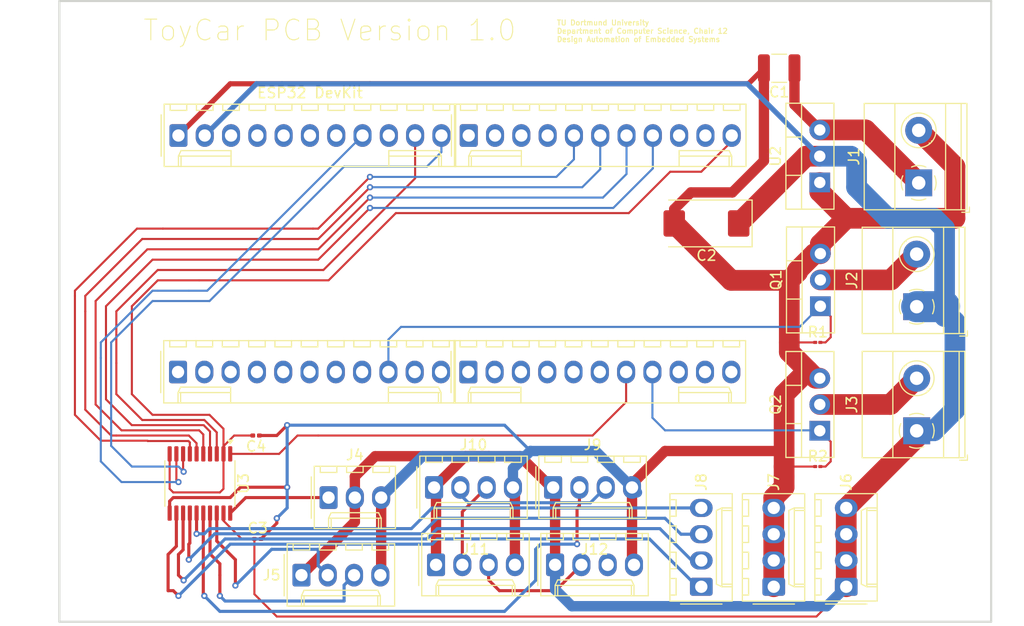
<source format=kicad_pcb>
(kicad_pcb (version 20240108) (generator "pcbnew") (generator_version "8.0")
  (layers (0 "F.Cu" signal) (31 "B.Cu" signal) (34 "B.Paste" user) (35 "F.Paste" user) (36 "B.SilkS" user "B.Silkscreen") (37 "F.SilkS" user "F.Silkscreen") (38 "B.Mask" user) (39 "F.Mask" user) (44 "Edge.Cuts" user))
  (net 0 "")
  (net 1 "V_Bat")
  (net 2 "GND")
  (net 3 "VCC")
  (net 4 "V_3V3")
  (net 5 "Net-(J2-Pin_2)")
  (net 6 "Net-(J3-Pin_2)")
  (net 7 "Net-(J4-Pin_1)")
  (net 8 "Net-(J5-Pin_2)")
  (net 9 "Net-(J5-Pin_3)")
  (net 10 "Net-(J8-Pin_2)")
  (net 11 "Net-(J8-Pin_3)")
  (net 12 "Net-(J8-Pin_4)")
  (net 13 "Net-(J8-Pin_1)")
  (net 14 "Net-(J10-Pin_2)")
  (net 15 "Net-(J9-Pin_2)")
  (net 16 "Net-(J10-Pin_3)")
  (net 17 "Net-(J11-Pin_3)")
  (net 19 "Net-(Q1-G)")
  (net 20 "Net-(Q2-G)")
  (net 21 "Net-(U1-IO5)")
  (net 22 "Net-(U1-IO9)")
  (net 23 "Net-(U1-IO3)")
  (net 24 "Net-(U1-IO8)")
  (net 25 "Net-(U1-IO2)")
  (net 26 "Net-(U1-IO7)")
  (net 27 "Net-(U1-IO6)")
  (net 28 "Net-(U1-IO4)")
  (footprint "Connector_Molex:Molex_KK-254_AE-6410-11A_1x11_P2.54mm_Vertical" (layer "F.Cu") (at 56.46 80.86)
    (property "Reference" "REF**" (hide yes))
    (property "Value" "Molex_KK-254_AE-6410-11A_1x11_P2.54mm_Vertical")
    (pad "1" thru_hole roundrect (at 0 0) (size 1.74 2.19) (drill 1.19) (layers "*.Cu" "*.Mask") (roundrect_rratio 0.143678))
    (pad "2" thru_hole oval (at 2.54 0) (size 1.74 2.19) (drill 1.19) (layers "*.Cu" "*.Mask"))
    (pad "3" thru_hole oval (at 5.08 0) (size 1.74 2.19) (drill 1.19) (layers "*.Cu" "*.Mask"))
    (pad "4" thru_hole oval (at 7.62 0) (size 1.74 2.19) (drill 1.19) (layers "*.Cu" "*.Mask"))
    (pad "5" thru_hole oval (at 10.16 0) (size 1.74 2.19) (drill 1.19) (layers "*.Cu" "*.Mask"))
    (pad "6" thru_hole oval (at 12.7 0) (size 1.74 2.19) (drill 1.19) (layers "*.Cu" "*.Mask"))
    (pad "7" thru_hole oval (at 15.24 0) (size 1.74 2.19) (drill 1.19) (layers "*.Cu" "*.Mask"))
    (pad "8" thru_hole oval (at 17.78 0) (size 1.74 2.19) (drill 1.19) (layers "*.Cu" "*.Mask"))
    (pad "9" thru_hole oval (at 20.32 0) (size 1.74 2.19) (drill 1.19) (layers "*.Cu" "*.Mask"))
    (pad "10" thru_hole oval (at 22.86 0) (size 1.74 2.19) (drill 1.19) (layers "*.Cu" "*.Mask"))
    (pad "11" thru_hole oval (at 25.4 0) (size 1.74 2.19) (drill 1.19) (layers "*.Cu" "*.Mask"))
  )
  (footprint "Connector_Molex:Molex_KK-254_AE-6410-11A_1x11_P2.54mm_Vertical" (layer "F.Cu") (at 56.5 58)
    (property "Reference" "ESP32 DevKit" (at 12.7 -4.12 0) (layer "F.SilkS"))
    (property "Value" "Molex_KK-254_AE-6410-11A_1x11_P2.54mm_Vertical")
    (pad "1" thru_hole roundrect (at 0 0) (size 1.74 2.19) (drill 1.19) (layers "*.Cu" "*.Mask") (roundrect_rratio 0.143678))
    (pad "2" thru_hole oval (at 2.54 0) (size 1.74 2.19) (drill 1.19) (layers "*.Cu" "*.Mask"))
    (pad "3" thru_hole oval (at 5.08 0) (size 1.74 2.19) (drill 1.19) (layers "*.Cu" "*.Mask"))
    (pad "4" thru_hole oval (at 7.62 0) (size 1.74 2.19) (drill 1.19) (layers "*.Cu" "*.Mask"))
    (pad "5" thru_hole oval (at 10.16 0) (size 1.74 2.19) (drill 1.19) (layers "*.Cu" "*.Mask"))
    (pad "6" thru_hole oval (at 12.7 0) (size 1.74 2.19) (drill 1.19) (layers "*.Cu" "*.Mask"))
    (pad "7" thru_hole oval (at 15.24 0) (size 1.74 2.19) (drill 1.19) (layers "*.Cu" "*.Mask"))
    (pad "8" thru_hole oval (at 17.78 0) (size 1.74 2.19) (drill 1.19) (layers "*.Cu" "*.Mask"))
    (pad "9" thru_hole oval (at 20.32 0) (size 1.74 2.19) (drill 1.19) (layers "*.Cu" "*.Mask"))
    (pad "10" thru_hole oval (at 22.86 0) (size 1.74 2.19) (drill 1.19) (layers "*.Cu" "*.Mask"))
    (pad "11" thru_hole oval (at 25.4 0) (size 1.74 2.19) (drill 1.19) (layers "*.Cu" "*.Mask"))
  )
  (footprint "Resistor_SMD:R_01005_0402Metric" (layer "F.Cu") (at 118.25 78)
    (property "Reference" "R1" (at 0 -1 0) (layer "F.SilkS"))
    (property "Value" "10k")
    (pad "1" smd roundrect (at -0.25 0) (size 0.4 0.3) (layers "F.Cu" "F.Mask") (net 2 "GND"))
    (pad "2" smd roundrect (at 0.25 0) (size 0.4 0.3) (layers "F.Cu" "F.Mask") (net 19 "Net-(Q1-G)"))
  )
  (footprint "Connector_Molex:Molex_KK-254_AE-6410-04A_1x04_P2.54mm_Vertical" (layer "F.Cu") (at 81.19 92.02)
    (property "Reference" "J10" (at 3.81 -4.12 0) (layer "F.SilkS"))
    (property "Value" "CON_LED2")
    (pad "1" thru_hole roundrect (at 0 0) (size 1.74 2.19) (drill 1.19) (layers "*.Cu" "*.Mask") (roundrect_rratio 0.143678) (net 3 "VCC"))
    (pad "2" thru_hole oval (at 2.54 0) (size 1.74 2.19) (drill 1.19) (layers "*.Cu" "*.Mask") (net 14 "Net-(J10-Pin_2)"))
    (pad "3" thru_hole oval (at 5.08 0) (size 1.74 2.19) (drill 1.19) (layers "*.Cu" "*.Mask") (net 16 "Net-(J10-Pin_3)"))
    (pad "4" thru_hole oval (at 7.62 0) (size 1.74 2.19) (drill 1.19) (layers "*.Cu" "*.Mask") (net 2 "GND"))
  )
  (footprint "TerminalBlock_Phoenix:TerminalBlock_Phoenix_MKDS-1,5-2-5.08_1x02_P5.08mm_Horizontal" (layer "F.Cu") (at 127.805 86.545 90)
    (property "Reference" "J3" (at 2.54 -6.26 90) (layer "F.SilkS"))
    (property "Value" "ENG_2")
    (pad "1" thru_hole rect (at 0 0 90) (size 2.6 2.6) (drill 1.3) (layers "*.Cu" "*.Mask") (net 3 "VCC"))
    (pad "2" thru_hole circle (at 5.08 0 90) (size 2.6 2.6) (drill 1.3) (layers "*.Cu" "*.Mask") (net 6 "Net-(J3-Pin_2)"))
  )
  (footprint "Connector_Molex:Molex_KK-254_AE-6410-04A_1x04_P2.54mm_Vertical" (layer "F.Cu") (at 68.38 100.5)
    (property "Reference" "J5" (at -2.88 0 0) (layer "F.SilkS"))
    (property "Value" "Ultrasonic")
    (pad "1" thru_hole roundrect (at 0 0) (size 1.74 2.19) (drill 1.19) (layers "*.Cu" "*.Mask") (roundrect_rratio 0.143678) (net 3 "VCC"))
    (pad "2" thru_hole oval (at 2.54 0) (size 1.74 2.19) (drill 1.19) (layers "*.Cu" "*.Mask") (net 8 "Net-(J5-Pin_2)"))
    (pad "3" thru_hole oval (at 5.08 0) (size 1.74 2.19) (drill 1.19) (layers "*.Cu" "*.Mask") (net 9 "Net-(J5-Pin_3)"))
    (pad "4" thru_hole oval (at 7.62 0) (size 1.74 2.19) (drill 1.19) (layers "*.Cu" "*.Mask") (net 2 "GND"))
  )
  (footprint "TerminalBlock_Phoenix:TerminalBlock_Phoenix_MKDS-1,5-2-5.08_1x02_P5.08mm_Horizontal" (layer "F.Cu") (at 127.805 74.545 90)
    (property "Reference" "J2" (at 2.54 -6.26 90) (layer "F.SilkS"))
    (property "Value" "ENG_1")
    (pad "1" thru_hole rect (at 0 0 90) (size 2.6 2.6) (drill 1.3) (layers "*.Cu" "*.Mask") (net 3 "VCC"))
    (pad "2" thru_hole circle (at 5.08 0 90) (size 2.6 2.6) (drill 1.3) (layers "*.Cu" "*.Mask") (net 5 "Net-(J2-Pin_2)"))
  )
  (footprint "Capacitor_Tantalum_SMD:CP_EIA-7343-15_Kemet-W" (layer "F.Cu") (at 107.5 66.5 180)
    (property "Reference" "C2" (at 0 -3.1 0) (layer "F.SilkS"))
    (property "Value" "22µF")
    (pad "1" smd roundrect (at -3.1125 0 180) (size 2.075 2.55) (layers "F.Cu" "F.Paste" "F.Mask") (roundrect_rratio 0.120482) (net 3 "VCC"))
    (pad "2" smd roundrect (at 3.1125 0 180) (size 2.075 2.55) (layers "F.Cu" "F.Paste" "F.Mask") (roundrect_rratio 0.120482) (net 2 "GND"))
  )
  (footprint "MountingHole:MountingHole_2.7mm_M2.5" (layer "F.Cu") (at 50 50)
    (property "Reference" "REF**" (hide yes))
    (property "Value" "MountingHole_2.7mm_M2.5")
    (pad "" np_thru_hole circle (at 0 0) (size 2.7 2.7) (drill 2.7) (layers "F&B.Cu" "*.Mask"))
  )
  (footprint "Connector_Molex:Molex_KK-254_AE-6410-04A_1x04_P2.54mm_Vertical" (layer "F.Cu") (at 121 101.62 90)
    (property "Reference" "J6" (at 10.12 0 90) (layer "F.SilkS"))
    (property "Value" "CON_VCC")
    (pad "1" thru_hole roundrect (at 0 0 90) (size 1.74 2.19) (drill 1.19) (layers "*.Cu" "*.Mask") (roundrect_rratio 0.143678) (net 3 "VCC"))
    (pad "2" thru_hole oval (at 2.54 0 90) (size 1.74 2.19) (drill 1.19) (layers "*.Cu" "*.Mask") (net 3 "VCC"))
    (pad "3" thru_hole oval (at 5.08 0 90) (size 1.74 2.19) (drill 1.19) (layers "*.Cu" "*.Mask") (net 3 "VCC"))
    (pad "4" thru_hole oval (at 7.62 0 90) (size 1.74 2.19) (drill 1.19) (layers "*.Cu" "*.Mask") (net 3 "VCC"))
  )
  (footprint "MountingHole:MountingHole_2.7mm_M2.5" (layer "F.Cu") (at 50 100.5)
    (property "Reference" "REF**" (hide yes))
    (property "Value" "MountingHole_2.7mm_M2.5")
    (pad "" np_thru_hole circle (at 0 0) (size 2.7 2.7) (drill 2.7) (layers "*.Cu" "*.Mask"))
  )
  (footprint "MountingHole:MountingHole_2.7mm_M2.5" (layer "F.Cu") (at 128 100.5)
    (property "Reference" "REF**" (hide yes))
    (property "Value" "MountingHole_2.7mm_M2.5")
    (pad "" np_thru_hole circle (at 0 0) (size 2.7 2.7) (drill 2.7) (layers "*.Cu" "*.Mask"))
  )
  (footprint "Connector_Molex:Molex_KK-254_AE-6410-04A_1x04_P2.54mm_Vertical" (layer "F.Cu") (at 92.88 99.5)
    (property "Reference" "J12" (at 3.81 -1.5 0) (layer "F.SilkS"))
    (property "Value" "CON_LED4")
    (pad "1" thru_hole roundrect (at 0 0) (size 1.74 2.19) (drill 1.19) (layers "*.Cu" "*.Mask") (roundrect_rratio 0.143678) (net 3 "VCC"))
    (pad "2" thru_hole oval (at 2.54 0) (size 1.74 2.19) (drill 1.19) (layers "*.Cu" "*.Mask") (net 17 "Net-(J11-Pin_3)"))
    (pad "3" thru_hole oval (at 5.08 0) (size 1.74 2.19) (drill 1.19) (layers "*.Cu" "*.Mask"))
    (pad "4" thru_hole oval (at 7.62 0) (size 1.74 2.19) (drill 1.19) (layers "*.Cu" "*.Mask") (net 2 "GND"))
  )
  (footprint "Package_TO_SOT_THT:TO-220-3_Vertical" (layer "F.Cu") (at 118.445 86.54 90)
    (property "Reference" "Q2" (at 2.54 -4.27 90) (layer "F.SilkS"))
    (property "Value" "IRL3803PBF")
    (pad "1" thru_hole rect (at 0 0 90) (size 1.905 2) (drill 1.1) (layers "*.Cu" "*.Mask") (net 20 "Net-(Q2-G)"))
    (pad "2" thru_hole oval (at 2.54 0 90) (size 1.905 2) (drill 1.1) (layers "*.Cu" "*.Mask") (net 6 "Net-(J3-Pin_2)"))
    (pad "3" thru_hole oval (at 5.08 0 90) (size 1.905 2) (drill 1.1) (layers "*.Cu" "*.Mask") (net 2 "GND"))
  )
  (footprint "Package_TO_SOT_THT:TO-220-3_Vertical" (layer "F.Cu") (at 118.445 62.54 90)
    (property "Reference" "U2" (at 2.54 -4.27 90) (layer "F.SilkS"))
    (property "Value" "LT1085-5.0")
    (pad "1" thru_hole rect (at 0 0 90) (size 1.905 2) (drill 1.1) (layers "*.Cu" "*.Mask") (net 2 "GND"))
    (pad "2" thru_hole oval (at 2.54 0 90) (size 1.905 2) (drill 1.1) (layers "*.Cu" "*.Mask") (net 3 "VCC"))
    (pad "3" thru_hole oval (at 5.08 0 90) (size 1.905 2) (drill 1.1) (layers "*.Cu" "*.Mask") (net 1 "V_Bat"))
  )
  (footprint "Package_SO:TSSOP-20_4.4x6.5mm_P0.65mm" (layer "F.Cu") (at 58.575 91.6375 -90)
    (property "Reference" "U3" (at 0 -4.2 90) (layer "F.SilkS"))
    (property "Value" "TXS0108EPW")
    (pad "1" smd roundrect (at -2.8625 -2.925 270) (size 1.475 0.4) (layers "F.Cu" "F.Paste" "F.Mask") (net 25 "Net-(U1-IO2)"))
    (pad "2" smd roundrect (at -2.8625 -2.275 270) (size 1.475 0.4) (layers "F.Cu" "F.Paste" "F.Mask") (net 4 "V_3V3"))
    (pad "3" smd roundrect (at -2.8625 -1.625 270) (size 1.475 0.4) (layers "F.Cu" "F.Paste" "F.Mask") (net 23 "Net-(U1-IO3)"))
    (pad "4" smd roundrect (at -2.8625 -0.975 270) (size 1.475 0.4) (layers "F.Cu" "F.Paste" "F.Mask") (net 28 "Net-(U1-IO4)"))
    (pad "5" smd roundrect (at -2.8625 -0.325 270) (size 1.475 0.4) (layers "F.Cu" "F.Paste" "F.Mask") (net 21 "Net-(U1-IO5)"))
    (pad "6" smd roundrect (at -2.8625 0.325 270) (size 1.475 0.4) (layers "F.Cu" "F.Paste" "F.Mask") (net 27 "Net-(U1-IO6)"))
    (pad "7" smd roundrect (at -2.8625 0.975 270) (size 1.475 0.4) (layers "F.Cu" "F.Paste" "F.Mask") (net 26 "Net-(U1-IO7)"))
    (pad "8" smd roundrect (at -2.8625 1.625 270) (size 1.475 0.4) (layers "F.Cu" "F.Paste" "F.Mask") (net 24 "Net-(U1-IO8)"))
    (pad "9" smd roundrect (at -2.8625 2.275 270) (size 1.475 0.4) (layers "F.Cu" "F.Paste" "F.Mask") (net 22 "Net-(U1-IO9)"))
    (pad "10" smd roundrect (at -2.8625 2.925 270) (size 1.475 0.4) (layers "F.Cu" "F.Paste" "F.Mask") (net 4 "V_3V3"))
    (pad "11" smd roundrect (at 2.8625 2.925 270) (size 1.475 0.4) (layers "F.Cu" "F.Paste" "F.Mask") (net 2 "GND"))
    (pad "12" smd roundrect (at 2.8625 2.275 270) (size 1.475 0.4) (layers "F.Cu" "F.Paste" "F.Mask") (net 13 "Net-(J8-Pin_1)"))
    (pad "13" smd roundrect (at 2.8625 1.625 270) (size 1.475 0.4) (layers "F.Cu" "F.Paste" "F.Mask") (net 10 "Net-(J8-Pin_2)"))
    (pad "14" smd roundrect (at 2.8625 0.975 270) (size 1.475 0.4) (layers "F.Cu" "F.Paste" "F.Mask") (net 11 "Net-(J8-Pin_3)"))
    (pad "15" smd roundrect (at 2.8625 0.325 270) (size 1.475 0.4) (layers "F.Cu" "F.Paste" "F.Mask") (net 12 "Net-(J8-Pin_4)"))
    (pad "16" smd roundrect (at 2.8625 -0.325 270) (size 1.475 0.4) (layers "F.Cu" "F.Paste" "F.Mask") (net 15 "Net-(J9-Pin_2)"))
    (pad "17" smd roundrect (at 2.8625 -0.975 270) (size 1.475 0.4) (layers "F.Cu" "F.Paste" "F.Mask") (net 9 "Net-(J5-Pin_3)"))
    (pad "18" smd roundrect (at 2.8625 -1.625 270) (size 1.475 0.4) (layers "F.Cu" "F.Paste" "F.Mask") (net 8 "Net-(J5-Pin_2)"))
    (pad "19" smd roundrect (at 2.8625 -2.275 270) (size 1.475 0.4) (layers "F.Cu" "F.Paste" "F.Mask") (net 3 "VCC"))
    (pad "20" smd roundrect (at 2.8625 -2.925 270) (size 1.475 0.4) (layers "F.Cu" "F.Paste" "F.Mask") (net 7 "Net-(J4-Pin_1)"))
  )
  (footprint "Resistor_SMD:R_01005_0402Metric" (layer "F.Cu") (at 118.25 90)
    (property "Reference" "R2" (at 0 -1 0) (layer "F.SilkS"))
    (property "Value" "10k")
    (pad "1" smd roundrect (at -0.25 0) (size 0.4 0.3) (layers "F.Cu" "F.Mask") (net 2 "GND"))
    (pad "2" smd roundrect (at 0.25 0) (size 0.4 0.3) (layers "F.Cu" "F.Mask") (net 20 "Net-(Q2-G)"))
  )
  (footprint "TerminalBlock_Phoenix:TerminalBlock_Phoenix_MKDS-1,5-2-5.08_1x02_P5.08mm_Horizontal" (layer "F.Cu") (at 128 62.58 90)
    (property "Reference" "J1" (at 2.54 -6.26 90) (layer "F.SilkS"))
    (property "Value" "Battery")
    (pad "1" thru_hole rect (at 0 0 90) (size 2.6 2.6) (drill 1.3) (layers "*.Cu" "*.Mask") (net 1 "V_Bat"))
    (pad "2" thru_hole circle (at 5.08 0 90) (size 2.6 2.6) (drill 1.3) (layers "*.Cu" "*.Mask") (net 2 "GND"))
  )
  (footprint "Package_TO_SOT_THT:TO-220-3_Vertical" (layer "F.Cu") (at 118.5 74.5 90)
    (property "Reference" "Q1" (at 2.54 -4.27 90) (layer "F.SilkS"))
    (property "Value" "IRL3803PBF")
    (pad "1" thru_hole rect (at 0 0 90) (size 1.905 2) (drill 1.1) (layers "*.Cu" "*.Mask") (net 19 "Net-(Q1-G)"))
    (pad "2" thru_hole oval (at 2.54 0 90) (size 1.905 2) (drill 1.1) (layers "*.Cu" "*.Mask") (net 5 "Net-(J2-Pin_2)"))
    (pad "3" thru_hole oval (at 5.08 0 90) (size 1.905 2) (drill 1.1) (layers "*.Cu" "*.Mask") (net 2 "GND"))
  )
  (footprint "Capacitor_SMD:C_1210_3225Metric" (layer "F.Cu") (at 114.525 51.5 180)
    (property "Reference" "C1" (at 0 -2.3 0) (layer "F.SilkS"))
    (property "Value" "10µF")
    (pad "1" smd roundrect (at -1.475 0 180) (size 1.15 2.7) (layers "F.Cu" "F.Paste" "F.Mask") (roundrect_rratio 0.217391) (net 1 "V_Bat"))
    (pad "2" smd roundrect (at 1.475 0 180) (size 1.15 2.7) (layers "F.Cu" "F.Paste" "F.Mask") (roundrect_rratio 0.217391) (net 2 "GND"))
  )
  (footprint "MountingHole:MountingHole_2.7mm_M2.5" (layer "F.Cu") (at 128 50)
    (property "Reference" "REF**" (hide yes))
    (property "Value" "MountingHole_2.7mm_M2.5")
    (pad "" np_thru_hole circle (at 0 0) (size 2.7 2.7) (drill 2.7) (layers "*.Cu" "*.Mask"))
  )
  (footprint "Capacitor_SMD:C_0201_0603Metric" (layer "F.Cu") (at 64.155 97)
    (property "Reference" "C3" (at 0 -1.05 0) (layer "F.SilkS"))
    (property "Value" "0.1µF")
    (pad "1" smd roundrect (at -0.32 0) (size 0.46 0.4) (layers "F.Cu" "F.Mask") (net 3 "VCC"))
    (pad "2" smd roundrect (at 0.32 0) (size 0.46 0.4) (layers "F.Cu" "F.Mask") (net 2 "GND"))
  )
  (footprint "Connector_Molex:Molex_KK-254_AE-6410-11A_1x11_P2.54mm_Vertical" (layer "F.Cu") (at 84.5 80.86)
    (property "Reference" "REF**" (hide yes))
    (property "Value" "Molex_KK-254_AE-6410-11A_1x11_P2.54mm_Vertical")
    (pad "1" thru_hole roundrect (at 0 0) (size 1.74 2.19) (drill 1.19) (layers "*.Cu" "*.Mask") (roundrect_rratio 0.143678))
    (pad "2" thru_hole oval (at 2.54 0) (size 1.74 2.19) (drill 1.19) (layers "*.Cu" "*.Mask"))
    (pad "3" thru_hole oval (at 5.08 0) (size 1.74 2.19) (drill 1.19) (layers "*.Cu" "*.Mask"))
    (pad "4" thru_hole oval (at 7.62 0) (size 1.74 2.19) (drill 1.19) (layers "*.Cu" "*.Mask"))
    (pad "5" thru_hole oval (at 10.16 0) (size 1.74 2.19) (drill 1.19) (layers "*.Cu" "*.Mask"))
    (pad "6" thru_hole oval (at 12.7 0) (size 1.74 2.19) (drill 1.19) (layers "*.Cu" "*.Mask"))
    (pad "7" thru_hole oval (at 15.24 0) (size 1.74 2.19) (drill 1.19) (layers "*.Cu" "*.Mask"))
    (pad "8" thru_hole oval (at 17.78 0) (size 1.74 2.19) (drill 1.19) (layers "*.Cu" "*.Mask"))
    (pad "9" thru_hole oval (at 20.32 0) (size 1.74 2.19) (drill 1.19) (layers "*.Cu" "*.Mask"))
    (pad "10" thru_hole oval (at 22.86 0) (size 1.74 2.19) (drill 1.19) (layers "*.Cu" "*.Mask"))
    (pad "11" thru_hole oval (at 25.4 0) (size 1.74 2.19) (drill 1.19) (layers "*.Cu" "*.Mask"))
  )
  (footprint "Connector_Molex:Molex_KK-254_AE-6410-04A_1x04_P2.54mm_Vertical" (layer "F.Cu") (at 92.69 92.02)
    (property "Reference" "J9" (at 3.81 -4.12 0) (layer "F.SilkS"))
    (property "Value" "CON_LED1")
    (pad "1" thru_hole roundrect (at 0 0) (size 1.74 2.19) (drill 1.19) (layers "*.Cu" "*.Mask") (roundrect_rratio 0.143678) (net 3 "VCC"))
    (pad "2" thru_hole oval (at 2.54 0) (size 1.74 2.19) (drill 1.19) (layers "*.Cu" "*.Mask") (net 15 "Net-(J9-Pin_2)"))
    (pad "3" thru_hole oval (at 5.08 0) (size 1.74 2.19) (drill 1.19) (layers "*.Cu" "*.Mask") (net 14 "Net-(J10-Pin_2)"))
    (pad "4" thru_hole oval (at 7.62 0) (size 1.74 2.19) (drill 1.19) (layers "*.Cu" "*.Mask") (net 2 "GND"))
  )
  (footprint "Connector_Molex:Molex_KK-254_AE-6410-04A_1x04_P2.54mm_Vertical" (layer "F.Cu") (at 107 101.62 90)
    (property "Reference" "J8" (at 10.12 0 90) (layer "F.SilkS"))
    (property "Value" "CON_IO")
    (pad "1" thru_hole roundrect (at 0 0 90) (size 1.74 2.19) (drill 1.19) (layers "*.Cu" "*.Mask") (roundrect_rratio 0.143678) (net 13 "Net-(J8-Pin_1)"))
    (pad "2" thru_hole oval (at 2.54 0 90) (size 1.74 2.19) (drill 1.19) (layers "*.Cu" "*.Mask") (net 10 "Net-(J8-Pin_2)"))
    (pad "3" thru_hole oval (at 5.08 0 90) (size 1.74 2.19) (drill 1.19) (layers "*.Cu" "*.Mask") (net 11 "Net-(J8-Pin_3)"))
    (pad "4" thru_hole oval (at 7.62 0 90) (size 1.74 2.19) (drill 1.19) (layers "*.Cu" "*.Mask") (net 12 "Net-(J8-Pin_4)"))
  )
  (footprint "Connector_Molex:Molex_KK-254_AE-6410-11A_1x11_P2.54mm_Vertical" (layer "F.Cu") (at 84.54 58)
    (property "Reference" "REF**" (hide yes))
    (property "Value" "Molex_KK-254_AE-6410-11A_1x11_P2.54mm_Vertical")
    (pad "1" thru_hole roundrect (at 0 0) (size 1.74 2.19) (drill 1.19) (layers "*.Cu" "*.Mask") (roundrect_rratio 0.143678))
    (pad "2" thru_hole oval (at 2.54 0) (size 1.74 2.19) (drill 1.19) (layers "*.Cu" "*.Mask"))
    (pad "3" thru_hole oval (at 5.08 0) (size 1.74 2.19) (drill 1.19) (layers "*.Cu" "*.Mask"))
    (pad "4" thru_hole oval (at 7.62 0) (size 1.74 2.19) (drill 1.19) (layers "*.Cu" "*.Mask"))
    (pad "5" thru_hole oval (at 10.16 0) (size 1.74 2.19) (drill 1.19) (layers "*.Cu" "*.Mask"))
    (pad "6" thru_hole oval (at 12.7 0) (size 1.74 2.19) (drill 1.19) (layers "*.Cu" "*.Mask"))
    (pad "7" thru_hole oval (at 15.24 0) (size 1.74 2.19) (drill 1.19) (layers "*.Cu" "*.Mask"))
    (pad "8" thru_hole oval (at 17.78 0) (size 1.74 2.19) (drill 1.19) (layers "*.Cu" "*.Mask"))
    (pad "9" thru_hole oval (at 20.32 0) (size 1.74 2.19) (drill 1.19) (layers "*.Cu" "*.Mask"))
    (pad "10" thru_hole oval (at 22.86 0) (size 1.74 2.19) (drill 1.19) (layers "*.Cu" "*.Mask"))
    (pad "11" thru_hole oval (at 25.4 0) (size 1.74 2.19) (drill 1.19) (layers "*.Cu" "*.Mask"))
  )
  (footprint "Capacitor_SMD:C_0201_0603Metric" (layer "F.Cu") (at 64 87 180)
    (property "Reference" "C4" (at 0 -1.05 0) (layer "F.SilkS"))
    (property "Value" "0.1µF")
    (pad "1" smd roundrect (at -0.32 0 180) (size 0.46 0.4) (layers "F.Cu" "F.Mask") (net 2 "GND"))
    (pad "2" smd roundrect (at 0.32 0 180) (size 0.46 0.4) (layers "F.Cu" "F.Mask") (net 4 "V_3V3"))
  )
  (footprint "Connector_Molex:Molex_KK-254_AE-6410-03A_1x03_P2.54mm_Vertical" (layer "F.Cu") (at 71 93)
    (property "Reference" "J4" (at 2.54 -4.12 0) (layer "F.SilkS"))
    (property "Value" "Servo")
    (pad "1" thru_hole roundrect (at 0 0) (size 1.74 2.19) (drill 1.19) (layers "*.Cu" "*.Mask") (roundrect_rratio 0.143678) (net 7 "Net-(J4-Pin_1)"))
    (pad "2" thru_hole oval (at 2.54 0) (size 1.74 2.19) (drill 1.19) (layers "*.Cu" "*.Mask") (net 3 "VCC"))
    (pad "3" thru_hole oval (at 5.08 0) (size 1.74 2.19) (drill 1.19) (layers "*.Cu" "*.Mask") (net 2 "GND"))
  )
  (footprint "Connector_Molex:Molex_KK-254_AE-6410-04A_1x04_P2.54mm_Vertical" (layer "F.Cu") (at 114 101.62 90)
    (property "Reference" "J7" (at 10.12 0 90) (layer "F.SilkS"))
    (property "Value" "CON_GND")
    (pad "1" thru_hole roundrect (at 0 0 90) (size 1.74 2.19) (drill 1.19) (layers "*.Cu" "*.Mask") (roundrect_rratio 0.143678) (net 2 "GND"))
    (pad "2" thru_hole oval (at 2.54 0 90) (size 1.74 2.19) (drill 1.19) (layers "*.Cu" "*.Mask") (net 2 "GND"))
    (pad "3" thru_hole oval (at 5.08 0 90) (size 1.74 2.19) (drill 1.19) (layers "*.Cu" "*.Mask") (net 2 "GND"))
    (pad "4" thru_hole oval (at 7.62 0 90) (size 1.74 2.19) (drill 1.19) (layers "*.Cu" "*.Mask") (net 2 "GND"))
  )
  (footprint "Connector_Molex:Molex_KK-254_AE-6410-04A_1x04_P2.54mm_Vertical" (layer "F.Cu") (at 81.38 99.5)
    (property "Reference" "J11" (at 3.81 -1.5 0) (layer "F.SilkS"))
    (property "Value" "CON_LED3")
    (pad "1" thru_hole roundrect (at 0 0) (size 1.74 2.19) (drill 1.19) (layers "*.Cu" "*.Mask") (roundrect_rratio 0.143678) (net 3 "VCC"))
    (pad "2" thru_hole oval (at 2.54 0) (size 1.74 2.19) (drill 1.19) (layers "*.Cu" "*.Mask") (net 16 "Net-(J10-Pin_3)"))
    (pad "3" thru_hole oval (at 5.08 0) (size 1.74 2.19) (drill 1.19) (layers "*.Cu" "*.Mask") (net 17 "Net-(J11-Pin_3)"))
    (pad "4" thru_hole oval (at 7.62 0) (size 1.74 2.19) (drill 1.19) (layers "*.Cu" "*.Mask") (net 2 "GND"))
  )
  (gr_line (start 45 105) (end 45 45) (stroke (width 0.2)) (layer "Edge.Cuts"))
  (gr_line (start 45.5 45) (end 135 45) (stroke (width 0.2)) (layer "Edge.Cuts"))
  (gr_line (start 135 45) (end 135 105) (stroke (width 0.2)) (layer "Edge.Cuts"))
  (gr_line (start 45 45) (end 45.5 45) (stroke (width 0.2)) (layer "Edge.Cuts"))
  (gr_line (start 135 105) (end 45 105) (stroke (width 0.2)) (layer "Edge.Cuts"))
  (gr_text "TU Dortmund University\nDepartment of Computer Science, Chair 12\nDesign Automation of Embedded Systems" (at 93 49 0) (layer "F.SilkS") (effects (font (size 0.5 0.5) (thickness 0.1)) (justify left bottom)))
  (gr_text "ToyCar PCB Version 1.0" (at 53 49 0) (layer "F.SilkS") (effects (font (size 2 2) (thickness 0.1)) (justify left bottom)))
  (segment (start 128 62.58) (end 122.88 57.46) (width 2) (layer "F.Cu") (net 1))
  (segment (start 122.88 57.46) (end 118.445 57.46) (width 2) (layer "F.Cu") (net 1))
  (segment (start 116 51.5) (end 116 55.015) (width 1) (layer "F.Cu") (net 1))
  (segment (start 116 55.015) (end 118.445 57.46) (width 1) (layer "F.Cu") (net 1))
  (segment (start 115.5 72) (end 116.3 71.2) (width 2) (layer "F.Cu") (net 2))
  (segment (start 118.445 81.46) (end 118.04 81.46) (width 2) (layer "F.Cu") (net 2))
  (segment (start 100.31 92.02) (end 100.31 99.31) (width 1) (layer "F.Cu") (net 2))
  (segment (start 113.05 60.45) (end 110 63.5) (width 1) (layer "F.Cu") (net 2))
  (segment (start 62 92.5) (end 62.5 92) (width 0.3) (layer "F.Cu") (net 2))
  (segment (start 117.92873 69.42) (end 118.5 69.42) (width 2) (layer "F.Cu") (net 2))
  (segment (start 89 99.5) (end 89 92.21) (width 1) (layer "F.Cu") (net 2))
  (segment (start 64.32 87) (end 66 87) (width 0.3) (layer "F.Cu") (net 2))
  (segment (start 116.3 71.04873) (end 117.92873 69.42) (width 2) (layer "F.Cu") (net 2))
  (segment (start 61.5 53) (end 75 53) (width 0.5) (layer "F.Cu") (net 2))
  (segment (start 103.5 88.5) (end 115 88.5) (width 1) (layer "F.Cu") (net 2))
  (segment (start 115.5 78) (end 115.5 72) (width 2) (layer "F.Cu") (net 2))
  (segment (start 115 90) (end 115 88.5) (width 2) (layer "F.Cu") (net 2))
  (segment (start 115 91) (end 115 90) (width 2) (layer "F.Cu") (net 2))
  (segment (start 110 63.5) (end 106 63.5) (width 1) (layer "F.Cu") (net 2))
  (segment (start 118.04 81.46) (end 117.29 80.71) (width 2) (layer "F.Cu") (net 2))
  (segment (start 115 83) (end 117.29 80.71) (width 2) (layer "F.Cu") (net 2))
  (segment (start 131.5 61) (end 128 57.5) (width 2) (layer "F.Cu") (net 2))
  (segment (start 114 94) (end 114 96.54) (width 2) (layer "F.Cu") (net 2))
  (segment (start 55.65 93.35) (end 56 93) (width 0.3) (layer "F.Cu") (net 2))
  (segment (start 131.5 66) (end 131.5 61) (width 2) (layer "F.Cu") (net 2))
  (segment (start 109.8875 72) (end 115.5 72) (width 2) (layer "F.Cu") (net 2))
  (segment (start 61.5 93) (end 62 92.5) (width 0.3) (layer "F.Cu") (net 2))
  (segment (start 104.3875 66.5) (end 109.8875 72) (width 2) (layer "F.Cu") (net 2))
  (segment (start 55.65 94.5) (end 55.65 93.35) (width 0.3) (layer "F.Cu") (net 2))
  (segment (start 106 63.5) (end 104.3875 65.1125) (width 1) (layer "F.Cu") (net 2))
  (segment (start 89 92.21) (end 88.81 92.02) (width 1) (layer "F.Cu") (net 2))
  (segment (start 117.29 80.71) (end 115.5 78.92) (width 2) (layer "F.Cu") (net 2))
  (segment (start 62.5 92) (end 67 92) (width 0.3) (layer "F.Cu") (net 2))
  (segment (start 111.55 53) (end 113.05 51.5) (width 0.5) (layer "F.Cu") (net 2))
  (segment (start 114 93) (end 115 92) (width 2) (layer "F.Cu") (net 2))
  (segment (start 114 99.08) (end 114 101.62) (width 2) (layer "F.Cu") (net 2))
  (segment (start 75 53) (end 111.55 53) (width 0.5) (layer "F.Cu") (net 2))
  (segment (start 118.5 69.42) (end 118.5 68.5) (width 2) (layer "F.Cu") (net 2))
  (segment (start 121 66) (end 131.5 66) (width 2) (layer "F.Cu") (net 2))
  (segment (start 118 78) (end 115.5 78) (width 0.2) (layer "F.Cu") (net 2))
  (segment (start 115.5 78.92) (end 115.5 78) (width 2) (layer "F.Cu") (net 2))
  (segment (start 115 88.5) (end 115 83) (width 2) (layer "F.Cu") (net 2))
  (segment (start 76.08 93) (end 76.08 100.42) (width 1) (layer "F.Cu") (net 2))
  (segment (start 56 93) (end 61.5 93) (width 0.3) (layer "F.Cu") (net 2))
  (segment (start 116.3 71.2) (end 116.3 71.04873) (width 2) (layer "F.Cu") (net 2))
  (segment (start 118 90) (end 115 90) (width 0.2) (layer "F.Cu") (net 2))
  (segment (start 100.31 92.02) (end 100.31 91.69) (width 1) (layer "F.Cu") (net 2))
  (segment (start 118.5 68.5) (end 121 66) (width 2) (layer "F.Cu") (net 2))
  (segment (start 118.445 62.54) (end 118.445 63.445) (width 2) (layer "F.Cu") (net 2))
  (segment (start 104.3875 65.1125) (end 104.3875 66.5) (width 1) (layer "F.Cu") (net 2))
  (segment (start 66 95) (end 66 95.475) (width 0.3) (layer "F.Cu") (net 2))
  (segment (start 66 95.475) (end 64.475 97) (width 0.3) (layer "F.Cu") (net 2))
  (segment (start 56.5 58) (end 61.5 53) (width 0.5) (layer "F.Cu") (net 2))
  (segment (start 113.05 51.5) (end 113.05 60.45) (width 1) (layer "F.Cu") (net 2))
  (segment (start 114 96.54) (end 114 99.08) (width 2) (layer "F.Cu") (net 2))
  (segment (start 114 94) (end 114 93) (width 2) (layer "F.Cu") (net 2))
  (segment (start 100.31 91.69) (end 103.5 88.5) (width 1) (layer "F.Cu") (net 2))
  (segment (start 100.31 99.31) (end 100.5 99.5) (width 1) (layer "F.Cu") (net 2))
  (segment (start 115 92) (end 115 91) (width 2) (layer "F.Cu") (net 2))
  (segment (start 118.445 63.445) (end 121 66) (width 2) (layer "F.Cu") (net 2))
  (segment (start 76.08 100.42) (end 76 100.5) (width 1) (layer "F.Cu") (net 2))
  (segment (start 66 87) (end 67 86) (width 0.3) (layer "F.Cu") (net 2))
  (via (at 67 86) (size 0.6) (drill 0.3) (layers "F.Cu" "B.Cu") (net 2))
  (via (at 66 95) (size 0.6) (drill 0.3) (layers "F.Cu" "B.Cu") (net 2))
  (via (at 67 92) (size 0.6) (drill 0.3) (layers "F.Cu" "B.Cu") (net 2))
  (segment (start 90.5 88.5) (end 96.79 88.5) (width 1) (layer "B.Cu") (net 2))
  (segment (start 88 86) (end 90.5 88.5) (width 0.3) (layer "B.Cu") (net 2))
  (segment (start 67 94) (end 66 95) (width 0.3) (layer "B.Cu") (net 2))
  (segment (start 88.81 90.19) (end 90.5 88.5) (width 1) (layer "B.Cu") (net 2))
  (segment (start 76.08 93) (end 80.08 89) (width 1) (layer "B.Cu") (net 2))
  (segment (start 67 86) (end 67 94) (width 0.3) (layer "B.Cu") (net 2))
  (segment (start 88.81 92.02) (end 88.81 90.19) (width 1) (layer "B.Cu") (net 2))
  (segment (start 96.79 88.5) (end 100.31 92.02) (width 1) (layer "B.Cu") (net 2))
  (segment (start 67 86) (end 88 86) (width 0.3) (layer "B.Cu") (net 2))
  (segment (start 80.08 89) (end 90 89) (width 1) (layer "B.Cu") (net 2))
  (segment (start 100.31 92.02) (end 100.79 92.5) (width 1) (layer "B.Cu") (net 2))
  (segment (start 90 89) (end 90.5 88.5) (width 1) (layer "B.Cu") (net 2))
  (segment (start 118.12 104.5) (end 121 101.62) (width 0.2) (layer "F.Cu") (net 3))
  (segment (start 92.52 92.02) (end 89.5 89) (width 1) (layer "F.Cu") (net 3))
  (segment (start 127.805 86.545) (end 127.805 87.195) (width 2) (layer "F.Cu") (net 3))
  (segment (start 92.69 92.02) (end 92.52 92.02) (width 1) (layer "F.Cu") (net 3))
  (segment (start 117.1125 60) (end 118.445 60) (width 2) (layer "F.Cu") (net 3))
  (segment (start 73.54 90.96) (end 75.5 89) (width 1) (layer "F.Cu") (net 3))
  (segment (start 62.612501 97) (end 60.85 95.237499) (width 0.2) (layer "F.Cu") (net 3))
  (segment (start 84.21 89) (end 81.19 92.02) (width 1) (layer "F.Cu") (net 3))
  (segment (start 121 99.08) (end 121 101.62) (width 2) (layer "F.Cu") (net 3))
  (segment (start 127.805 87.195) (end 121 94) (width 2) (layer "F.Cu") (net 3))
  (segment (start 110.6125 66.5) (end 117.1125 60) (width 2) (layer "F.Cu") (net 3))
  (segment (start 66 104.5) (end 118.12 104.5) (width 0.2) (layer "F.Cu") (net 3))
  (segment (start 92.88 99.5) (end 92.88 92.21) (width 1) (layer "F.Cu") (net 3))
  (segment (start 73.54 93) (end 73.54 95.34) (width 1) (layer "F.Cu") (net 3))
  (segment (start 81.38 92.21) (end 81.19 92.02) (width 1) (layer "F.Cu") (net 3))
  (segment (start 92.88 92.21) (end 92.69 92.02) (width 1) (layer "F.Cu") (net 3))
  (segment (start 89.5 89) (end 86.5 89) (width 1) (layer "F.Cu") (net 3))
  (segment (start 75.5 89) (end 86.5 89) (width 1) (layer "F.Cu") (net 3))
  (segment (start 63.835 97) (end 62.612501 97) (width 0.2) (layer "F.Cu") (net 3))
  (segment (start 60.85 95.237499) (end 60.85 94.5) (width 0.2) (layer "F.Cu") (net 3))
  (segment (start 121 96.54) (end 121 99.08) (width 2) (layer "F.Cu") (net 3))
  (segment (start 121 94) (end 121 96.54) (width 2) (layer "F.Cu") (net 3))
  (segment (start 73.54 93) (end 73.54 90.96) (width 1) (layer "F.Cu") (net 3))
  (segment (start 81.38 99.5) (end 81.38 92.21) (width 1) (layer "F.Cu") (net 3))
  (segment (start 63.835 102.335) (end 66 104.5) (width 0.2) (layer "F.Cu") (net 3))
  (segment (start 86.5 89) (end 84.21 89) (width 1) (layer "F.Cu") (net 3))
  (segment (start 73.54 95.34) (end 68.38 100.5) (width 1) (layer "F.Cu") (net 3))
  (segment (start 63.835 97) (end 63.835 102.335) (width 0.2) (layer "F.Cu") (net 3))
  (segment (start 122 60.555) (end 121.445 60) (width 2) (layer "B.Cu") (net 3))
  (segment (start 92.88 99.5) (end 92.88 101.88) (width 1) (layer "B.Cu") (net 3))
  (segment (start 127.805 74.545) (end 130.455 74.545) (width 3) (layer "B.Cu") (net 3))
  (segment (start 94.5 103.5) (end 119.12 103.5) (width 1) (layer "B.Cu") (net 3))
  (segment (start 92.88 101.88) (end 94.5 103.5) (width 1) (layer "B.Cu") (net 3))
  (segment (start 129.455 86.545) (end 127.805 86.545) (width 2) (layer "B.Cu") (net 3))
  (segment (start 59.04 58) (end 64.04 53) (width 0.5) (layer "B.Cu") (net 3))
  (segment (start 111.445 53) (end 118.445 60) (width 0.5) (layer "B.Cu") (net 3))
  (segment (start 131.5 76) (end 131 75.5) (width 2) (layer "B.Cu") (net 3))
  (segment (start 122 63) (end 122 60.555) (width 2) (layer "B.Cu") (net 3))
  (segment (start 64.04 53) (end 66.5 53) (width 0.5) (layer "B.Cu") (net 3))
  (segment (start 131.5 84.5) (end 129.455 86.545) (width 2) (layer "B.Cu") (net 3))
  (segment (start 119.12 103.5) (end 121 101.62) (width 1) (layer "B.Cu") (net 3))
  (segment (start 121.445 60) (end 118.445 60) (width 2) (layer "B.Cu") (net 3))
  (segment (start 66.5 53) (end 111.445 53) (width 0.5) (layer "B.Cu") (net 3))
  (segment (start 130.5 67) (end 129.5 66) (width 2) (layer "B.Cu") (net 3))
  (segment (start 131.5 84.5) (end 131.5 76) (width 2) (layer "B.Cu") (net 3))
  (segment (start 130.5 74.5) (end 130.5 67) (width 2) (layer "B.Cu") (net 3))
  (segment (start 129.5 66) (end 125 66) (width 2) (layer "B.Cu") (net 3))
  (segment (start 130.455 74.545) (end 130.5 74.5) (width 3) (layer "B.Cu") (net 3))
  (segment (start 125 66) (end 122 63) (width 2) (layer "B.Cu") (net 3))
  (segment (start 130.5 75.5) (end 130.5 74.5) (width 2) (layer "B.Cu") (net 3))
  (segment (start 110 58) (end 110.5 57.5) (width 0.2) (layer "F.Cu") (net 4))
  (segment (start 55.65 92.15) (end 56 92.5) (width 0.2) (layer "F.Cu") (net 4))
  (segment (start 60.85 88.775) (end 60.85 92.15) (width 0.2) (layer "F.Cu") (net 4))
  (segment (start 60.85 88.037501) (end 60.85 88.775) (width 0.2) (layer "F.Cu") (net 4))
  (segment (start 110 58.5) (end 110 58) (width 0.2) (layer "F.Cu") (net 4))
  (segment (start 54.5 72) (end 58.5 72) (width 0.2) (layer "F.Cu") (net 4))
  (segment (start 55.65 88.775) (end 55.65 92.15) (width 0.2) (layer "F.Cu") (net 4))
  (segment (start 107 61.5) (end 110 58.5) (width 0.2) (layer "F.Cu") (net 4))
  (segment (start 100 65.5) (end 104 61.5) (width 0.2) (layer "F.Cu") (net 4))
  (segment (start 60.85 88.775) (end 60.85 86.35) (width 0.2) (layer "F.Cu") (net 4))
  (segment (start 54 85) (end 52 83) (width 0.2) (layer "F.Cu") (net 4))
  (segment (start 60.85 92.15) (end 60.5 92.5) (width 0.2) (layer "F.Cu") (net 4))
  (segment (start 59.5 85) (end 54 85) (width 0.2) (layer "F.Cu") (net 4))
  (segment (start 52.5 74) (end 54.5 72) (width 0.2) (layer "F.Cu") (net 4))
  (segment (start 52 74.5) (end 52.5 74) (width 0.2) (layer "F.Cu") (net 4))
  (segment (start 77.5 65.5) (end 100 65.5) (width 0.2) (layer "F.Cu") (net 4))
  (segment (start 58.5 72) (end 71 72) (width 0.2) (layer "F.Cu") (net 4))
  (segment (start 61.887501 87) (end 60.85 88.037501) (width 0.2) (layer "F.Cu") (net 4))
  (segment (start 104 61.5) (end 107 61.5) (width 0.2) (layer "F.Cu") (net 4))
  (segment (start 52 83) (end 52 74.5) (width 0.2) (layer "F.Cu") (net 4))
  (segment (start 71 72) (end 77.5 65.5) (width 0.2) (layer "F.Cu") (net 4))
  (segment (start 56 92.5) (end 60.5 92.5) (width 0.2) (layer "F.Cu") (net 4))
  (segment (start 63.68 87) (end 61.887501 87) (width 0.2) (layer "F.Cu") (net 4))
  (segment (start 60.85 86.35) (end 59.5 85) (width 0.2) (layer "F.Cu") (net 4))
  (segment (start 125.31 71.96) (end 118.5 71.96) (width 2) (layer "F.Cu") (net 5))
  (segment (start 127.805 69.465) (end 125.31 71.96) (width 2) (layer "F.Cu") (net 5))
  (segment (start 127.805 81.465) (end 125.27 84) (width 2) (layer "F.Cu") (net 6))
  (segment (start 125.27 84) (end 118.445 84) (width 2) (layer "F.Cu") (net 6))
  (segment (start 63 93) (end 71 93) (width 0.3) (layer "F.Cu") (net 7))
  (segment (start 61.5 94.5) (end 63 93) (width 0.3) (layer "F.Cu") (net 7))
  (segment (start 60.2 94.5) (end 60.2 97.2) (width 0.3) (layer "F.Cu") (net 8))
  (segment (start 60.5 97.5) (end 62 99) (width 0.3) (layer "F.Cu") (net 8))
  (segment (start 62 99) (end 62 101.5) (width 0.3) (layer "F.Cu") (net 8))
  (segment (start 60.2 97.2) (end 60.5 97.5) (width 0.3) (layer "F.Cu") (net 8))
  (via (at 62 101.5) (size 0.6) (drill 0.3) (layers "F.Cu" "B.Cu") (net 8))
  (segment (start 70 99.58) (end 70 98) (width 0.3) (layer "B.Cu") (net 8))
  (segment (start 70 98) (end 65.5 98) (width 0.3) (layer "B.Cu") (net 8))
  (segment (start 65.5 98) (end 62 101.5) (width 0.3) (layer "B.Cu") (net 8))
  (segment (start 70.92 100.5) (end 70 99.58) (width 0.3) (layer "B.Cu") (net 8))
  (segment (start 59.55 94.5) (end 59.55 98.45) (width 0.3) (layer "F.Cu") (net 9))
  (segment (start 60.5 99.4) (end 60.5 100.5) (width 0.3) (layer "F.Cu") (net 9))
  (segment (start 59.55 98.45) (end 59.5 98.5) (width 0.3) (layer "F.Cu") (net 9))
  (segment (start 59.55 98.45) (end 60.5 99.4) (width 0.3) (layer "F.Cu") (net 9))
  (segment (start 60.5 100.5) (end 60.5 102.5) (width 0.3) (layer "F.Cu") (net 9))
  (via (at 60.5 102.5) (size 0.6) (drill 0.3) (layers "F.Cu" "B.Cu") (net 9))
  (segment (start 72.5 103) (end 61 103) (width 0.3) (layer "B.Cu") (net 9))
  (segment (start 73.46 100.5) (end 72.5 101.46) (width 0.3) (layer "B.Cu") (net 9))
  (segment (start 61 103) (end 60.5 102.5) (width 0.3) (layer "B.Cu") (net 9))
  (segment (start 72.5 101.46) (end 72.5 103) (width 0.3) (layer "B.Cu") (net 9))
  (segment (start 56.95 94.5) (end 56.95 98.05) (width 0.3) (layer "F.Cu") (net 10))
  (segment (start 56.95 98.05) (end 56.5 98.5) (width 0.3) (layer "F.Cu") (net 10))
  (segment (start 56.5 100.5) (end 57 101) (width 0.3) (layer "F.Cu") (net 10))
  (segment (start 56.5 98.5) (end 56.5 100.5) (width 0.3) (layer "F.Cu") (net 10))
  (via (at 57 101) (size 0.6) (drill 0.3) (layers "F.Cu" "B.Cu") (net 10))
  (segment (start 81.5 96) (end 80.5 97) (width 0.3) (layer "B.Cu") (net 10))
  (segment (start 103 96) (end 81.5 96) (width 0.3) (layer "B.Cu") (net 10))
  (segment (start 80.5 97) (end 62 97) (width 0.3) (layer "B.Cu") (net 10))
  (segment (start 107 99.08) (end 106.08 99.08) (width 0.3) (layer "B.Cu") (net 10))
  (segment (start 62 97) (end 61 97) (width 0.3) (layer "B.Cu") (net 10))
  (segment (start 106.08 99.08) (end 103 96) (width 0.3) (layer "B.Cu") (net 10))
  (segment (start 61 97) (end 57 101) (width 0.3) (layer "B.Cu") (net 10))
  (segment (start 57.6 97.4) (end 57.5 97.5) (width 0.3) (layer "F.Cu") (net 11))
  (segment (start 57.6 94.5) (end 57.6 97.4) (width 0.3) (layer "F.Cu") (net 11))
  (segment (start 57.5 99) (end 57.5 97.5) (width 0.3) (layer "F.Cu") (net 11))
  (via (at 57.5 99) (size 0.6) (drill 0.3) (layers "F.Cu" "B.Cu") (net 11))
  (segment (start 81.5 95) (end 80 96.5) (width 0.3) (layer "B.Cu") (net 11))
  (segment (start 105.04 96.54) (end 103.5 95) (width 0.3) (layer "B.Cu") (net 11))
  (segment (start 57.75 98.75) (end 57.5 99) (width 0.3) (layer "B.Cu") (net 11))
  (segment (start 107 96.54) (end 105.04 96.54) (width 0.3) (layer "B.Cu") (net 11))
  (segment (start 60 96.5) (end 57.75 98.75) (width 0.3) (layer "B.Cu") (net 11))
  (segment (start 103.5 95) (end 81.5 95) (width 0.3) (layer "B.Cu") (net 11))
  (segment (start 80 96.5) (end 60 96.5) (width 0.3) (layer "B.Cu") (net 11))
  (segment (start 58.25 94.5) (end 58.25 96.5) (width 0.3) (layer "F.Cu") (net 12))
  (via (at 58.25 96.5) (size 0.6) (drill 0.3) (layers "F.Cu" "B.Cu") (net 12))
  (segment (start 58.25 96.5) (end 59 96.5) (width 0.3) (layer "B.Cu") (net 12))
  (segment (start 107 94) (end 81 94) (width 0.3) (layer "B.Cu") (net 12))
  (segment (start 79 96) (end 59.5 96) (width 0.3) (layer "B.Cu") (net 12))
  (segment (start 59 96.5) (end 59.5 96) (width 0.3) (layer "B.Cu") (net 12))
  (segment (start 81 94) (end 79 96) (width 0.3) (layer "B.Cu") (net 12))
  (segment (start 55.5 98.5) (end 55.5 102) (width 0.3) (layer "F.Cu") (net 13))
  (segment (start 56 102) (end 56.5 102.5) (width 0.3) (layer "F.Cu") (net 13))
  (segment (start 56.3 94.5) (end 56.3 97.7) (width 0.3) (layer "F.Cu") (net 13))
  (segment (start 55.5 102) (end 56 102) (width 0.3) (layer "F.Cu") (net 13))
  (segment (start 56.3 97.7) (end 55.5 98.5) (width 0.3) (layer "F.Cu") (net 13))
  (via (at 56.5 102.5) (size 0.6) (drill 0.3) (layers "F.Cu" "B.Cu") (net 13))
  (segment (start 102 97) (end 81.5 97) (width 0.3) (layer "B.Cu") (net 13))
  (segment (start 81 97.5) (end 61.5 97.5) (width 0.3) (layer "B.Cu") (net 13))
  (segment (start 61.5 97.5) (end 56.5 102.5) (width 0.3) (layer "B.Cu") (net 13))
  (segment (start 81.5 97) (end 81 97.5) (width 0.3) (layer "B.Cu") (net 13))
  (segment (start 106.62 101.62) (end 102 97) (width 0.3) (layer "B.Cu") (net 13))
  (segment (start 107 101.62) (end 106.62 101.62) (width 0.3) (layer "B.Cu") (net 13))
  (segment (start 97.77 92.02) (end 97.77 91.27) (width 0.3) (layer "F.Cu") (net 14))
  (segment (start 83.73 92.02) (end 83.73 92.73) (width 0.3) (layer "B.Cu") (net 14))
  (segment (start 96.29 93.5) (end 97.77 92.02) (width 0.3) (layer "B.Cu") (net 14))
  (segment (start 83.73 92.73) (end 84.5 93.5) (width 0.3) (layer "B.Cu") (net 14))
  (segment (start 84.5 93.5) (end 96.29 93.5) (width 0.3) (layer "B.Cu") (net 14))
  (segment (start 95.23 93.77) (end 95 94) (width 0.3) (layer "F.Cu") (net 15))
  (segment (start 58.9 94.5) (end 58.9 102.4) (width 0.3) (layer "F.Cu") (net 15))
  (segment (start 58.9 102.4) (end 59 102.5) (width 0.3) (layer "F.Cu") (net 15))
  (segment (start 95 94) (end 95 97.5) (width 0.3) (layer "F.Cu") (net 15))
  (segment (start 95.23 93.77) (end 95.23 92.02) (width 0.3) (layer "F.Cu") (net 15))
  (via (at 59 102.5) (size 0.6) (drill 0.3) (layers "F.Cu" "B.Cu") (net 15))
  (via (at 95 97.5) (size 0.6) (drill 0.3) (layers "F.Cu" "B.Cu") (net 15))
  (segment (start 59 102.5) (end 60.5 104) (width 0.3) (layer "B.Cu") (net 15))
  (segment (start 91.5 97.5) (end 95 97.5) (width 0.3) (layer "B.Cu") (net 15))
  (segment (start 88 104) (end 91 101) (width 0.3) (layer "B.Cu") (net 15))
  (segment (start 60.5 104) (end 88 104) (width 0.3) (layer "B.Cu") (net 15))
  (segment (start 91 98) (end 91.5 97.5) (width 0.3) (layer "B.Cu") (net 15))
  (segment (start 91 101) (end 91 98) (width 0.3) (layer "B.Cu") (net 15))
  (segment (start 86.27 92.02) (end 83.92 94.37) (width 0.3) (layer "F.Cu") (net 16))
  (segment (start 83.92 94.37) (end 83.92 99.5) (width 0.3) (layer "F.Cu") (net 16))
  (segment (start 86.46 99.5) (end 86.46 100.96) (width 0.3) (layer "F.Cu") (net 17))
  (segment (start 87.5 102) (end 92.92 102) (width 0.3) (layer "F.Cu") (net 17))
  (segment (start 86.46 100.96) (end 87.5 102) (width 0.3) (layer "F.Cu") (net 17))
  (segment (start 92.92 102) (end 95.42 99.5) (width 0.3) (layer "F.Cu") (net 17))
  (segment (start 119 78) (end 119.5 77.5) (width 0.2) (layer "F.Cu") (net 19))
  (segment (start 119.5 77.5) (end 119.5 75.5) (width 0.2) (layer "F.Cu") (net 19))
  (segment (start 119.5 75.5) (end 118.5 74.5) (width 0.2) (layer "F.Cu") (net 19))
  (segment (start 118.5 78) (end 119 78) (width 0.2) (layer "F.Cu") (net 19))
  (segment (start 116.5 76.5) (end 118.5 74.5) (width 0.2) (layer "B.Cu") (net 19))
  (segment (start 78 76.5) (end 116.5 76.5) (width 0.2) (layer "B.Cu") (net 19))
  (segment (start 76.78 77.72) (end 78 76.5) (width 0.2) (layer "B.Cu") (net 19))
  (segment (start 76.78 80.86) (end 76.78 77.72) (width 0.2) (layer "B.Cu") (net 19))
  (segment (start 119 90) (end 119.5 89.5) (width 0.2) (layer "F.Cu") (net 20))
  (segment (start 118.5 90) (end 119 90) (width 0.2) (layer "F.Cu") (net 20))
  (segment (start 118.445 86.54) (end 118.485 86.5) (width 0.2) (layer "F.Cu") (net 20))
  (segment (start 119.5 87.595) (end 118.445 86.54) (width 0.2) (layer "F.Cu") (net 20))
  (segment (start 119.5 89.5) (end 119.5 87.595) (width 0.2) (layer "F.Cu") (net 20))
  (segment (start 103.5 86.5) (end 118.405 86.5) (width 0.2) (layer "B.Cu") (net 20))
  (segment (start 102.28 85.28) (end 103.5 86.5) (width 0.2) (layer "B.Cu") (net 20))
  (segment (start 102.28 80.86) (end 102.28 85.28) (width 0.2) (layer "B.Cu") (net 20))
  (segment (start 118.405 86.5) (end 118.445 86.54) (width 0.2) (layer "B.Cu") (net 20))
  (segment (start 48.5 84) (end 51 86.5) (width 0.2) (layer "F.Cu") (net 21))
  (segment (start 70 69) (end 53.5 69) (width 0.2) (layer "F.Cu") (net 21))
  (segment (start 75 64) (end 70 69) (width 0.2) (layer "F.Cu") (net 21))
  (segment (start 58.9 86.9) (end 58.9 88.775) (width 0.2) (layer "F.Cu") (net 21))
  (segment (start 51 86.5) (end 58.5 86.5) (width 0.2) (layer "F.Cu") (net 21))
  (segment (start 53.5 69) (end 48.5 74) (width 0.2) (layer "F.Cu") (net 21))
  (segment (start 48.5 74) (end 48.5 84) (width 0.2) (layer "F.Cu") (net 21))
  (segment (start 59 88.675) (end 58.9 88.775) (width 0.2) (layer "F.Cu") (net 21))
  (segment (start 58.5 86.5) (end 58.9 86.9) (width 0.2) (layer "F.Cu") (net 21))
  (via (at 75 64) (size 0.6) (drill 0.3) (layers "F.Cu" "B.Cu") (net 21))
  (segment (start 99.78 61.72) (end 97.5 64) (width 0.2) (layer "B.Cu") (net 21))
  (segment (start 97.5 64) (end 75 64) (width 0.2) (layer "B.Cu") (net 21))
  (segment (start 99.78 58) (end 99.78 61.72) (width 0.2) (layer "B.Cu") (net 21))
  (segment (start 56.3 88.775) (end 56.3 91.3) (width 0.2) (layer "F.Cu") (net 22))
  (segment (start 56.3 91.3) (end 56.5 91.5) (width 0.2) (layer "F.Cu") (net 22))
  (via (at 56.5 91.5) (size 0.6) (drill 0.3) (layers "F.Cu" "B.Cu") (net 22))
  (segment (start 54 73) (end 52.5 74.5) (width 0.2) (layer "B.Cu") (net 22))
  (segment (start 59.28 73) (end 57.5 73) (width 0.2) (layer "B.Cu") (net 22))
  (segment (start 51 91.5) (end 56.5 91.5) (width 0.2) (layer "B.Cu") (net 22))
  (segment (start 54.5 73) (end 54 73) (width 0.2) (layer "B.Cu") (net 22))
  (segment (start 52.5 74.5) (end 49 78) (width 0.2) (layer "B.Cu") (net 22))
  (segment (start 57.5 73) (end 54.5 73) (width 0.2) (layer "B.Cu") (net 22))
  (segment (start 49 89.5) (end 51 91.5) (width 0.2) (layer "B.Cu") (net 22))
  (segment (start 74.28 58) (end 59.28 73) (width 0.2) (layer "B.Cu") (net 22))
  (segment (start 49 78) (end 49 79.5) (width 0.2) (layer "B.Cu") (net 22))
  (segment (start 49 79.5) (end 49 89.5) (width 0.2) (layer "B.Cu") (net 22))
  (segment (start 50.5 75) (end 50.5 80) (width 0.2) (layer "F.Cu") (net 23))
  (segment (start 50.5 83) (end 53 85.5) (width 0.2) (layer "F.Cu") (net 23))
  (segment (start 79.36 58) (end 79.36 62.14) (width 0.2) (layer "F.Cu") (net 23))
  (segment (start 59 85.5) (end 60 86.5) (width 0.2) (layer "F.Cu") (net 23))
  (segment (start 70.5 71) (end 54.5 71) (width 0.2) (layer "F.Cu") (net 23))
  (segment (start 50.5 80) (end 50.5 83) (width 0.2) (layer "F.Cu") (net 23))
  (segment (start 54.5 71) (end 50.5 75) (width 0.2) (layer "F.Cu") (net 23))
  (segment (start 60.2 86.7) (end 60.2 88.775) (width 0.2) (layer "F.Cu") (net 23))
  (segment (start 77 64.5) (end 70.5 71) (width 0.2) (layer "F.Cu") (net 23))
  (segment (start 79.36 62.14) (end 77 64.5) (width 0.2) (layer "F.Cu") (net 23))
  (segment (start 53 85.5) (end 59 85.5) (width 0.2) (layer "F.Cu") (net 23))
  (segment (start 60 86.5) (end 60.2 86.7) (width 0.2) (layer "F.Cu") (net 23))
  (segment (start 56.95 88.775) (end 56.95 90.45) (width 0.2) (layer "F.Cu") (net 24))
  (segment (start 56.95 90.45) (end 57 90.5) (width 0.2) (layer "F.Cu") (net 24))
  (via (at 57 90.5) (size 0.6) (drill 0.3) (layers "F.Cu" "B.Cu") (net 24))
  (segment (start 52 90) (end 56.5 90) (width 0.2) (layer "B.Cu") (net 24))
  (segment (start 59.5 74) (end 54 74) (width 0.2) (layer "B.Cu") (net 24))
  (segment (start 50 88) (end 52 90) (width 0.2) (layer "B.Cu") (net 24))
  (segment (start 70.5 63) (end 59.5 74) (width 0.2) (layer "B.Cu") (net 24))
  (segment (start 50 78) (end 50 88) (width 0.2) (layer "B.Cu") (net 24))
  (segment (start 80.5 61) (end 72.5 61) (width 0.2) (layer "B.Cu") (net 24))
  (segment (start 56.5 90) (end 57 90.5) (width 0.2) (layer "B.Cu") (net 24))
  (segment (start 81.9 59.6) (end 80.5 61) (width 0.2) (layer "B.Cu") (net 24))
  (segment (start 81.9 58) (end 81.9 59.6) (width 0.2) (layer "B.Cu") (net 24))
  (segment (start 54 74) (end 50 78) (width 0.2) (layer "B.Cu") (net 24))
  (segment (start 72.5 61) (end 70.5 63) (width 0.2) (layer "B.Cu") (net 24))
  (segment (start 99.74 83.76) (end 98 85.5) (width 0.2) (layer "F.Cu") (net 25))
  (segment (start 66.225 88.775) (end 61.5 88.775) (width 0.2) (layer "F.Cu") (net 25))
  (segment (start 98 85.5) (end 96.5 87) (width 0.2) (layer "F.Cu") (net 25))
  (segment (start 66.5 88.5) (end 66.225 88.775) (width 0.2) (layer "F.Cu") (net 25))
  (segment (start 68 87) (end 66.5 88.5) (width 0.2) (layer "F.Cu") (net 25))
  (segment (start 96.5 87) (end 70 87) (width 0.2) (layer "F.Cu") (net 25))
  (segment (start 70 87) (end 68 87) (width 0.2) (layer "F.Cu") (net 25))
  (segment (start 99.74 80.86) (end 99.74 83.76) (width 0.2) (layer "F.Cu") (net 25))
  (segment (start 55 67) (end 52.5 67) (width 0.2) (layer "F.Cu") (net 26))
  (segment (start 49 87.5) (end 53.5 87.5) (width 0.2) (layer "F.Cu") (net 26))
  (segment (start 57.467157 87.532843) (end 53.532843 87.532843) (width 0.2) (layer "F.Cu") (net 26))
  (segment (start 46.5 73.5) (end 46.5 85) (width 0.2) (layer "F.Cu") (net 26))
  (segment (start 69.5 67) (end 55 67) (width 0.2) (layer "F.Cu") (net 26))
  (segment (start 52.5 67) (end 51.5 68) (width 0.2) (layer "F.Cu") (net 26))
  (segment (start 57.6 88.775) (end 57.6 87.665686) (width 0.2) (layer "F.Cu") (net 26))
  (segment (start 51.5 68) (end 46.5 73) (width 0.2) (layer "F.Cu") (net 26))
  (segment (start 57.6 87.665686) (end 57.467157 87.532843) (width 0.2) (layer "F.Cu") (net 26))
  (segment (start 53.532843 87.532843) (end 53.5 87.5) (width 0.2) (layer "F.Cu") (net 26))
  (segment (start 46.5 85) (end 49 87.5) (width 0.2) (layer "F.Cu") (net 26))
  (segment (start 46.5 73) (end 46.5 73.5) (width 0.2) (layer "F.Cu") (net 26))
  (segment (start 70 67) (end 69.5 67) (width 0.2) (layer "F.Cu") (net 26))
  (segment (start 75 62) (end 70 67) (width 0.2) (layer "F.Cu") (net 26))
  (via (at 75 62) (size 0.6) (drill 0.3) (layers "F.Cu" "B.Cu") (net 26))
  (segment (start 94.7 60.3) (end 93 62) (width 0.2) (layer "B.Cu") (net 26))
  (segment (start 94.7 58) (end 94.7 60.3) (width 0.2) (layer "B.Cu") (net 26))
  (segment (start 93 62) (end 75 62) (width 0.2) (layer "B.Cu") (net 26))
  (segment (start 47.5 73.5) (end 47.5 75) (width 0.2) (layer "F.Cu") (net 27))
  (segment (start 47.5 75) (end 47.5 84.5) (width 0.2) (layer "F.Cu") (net 27))
  (segment (start 49.5 86.5) (end 50 87) (width 0.2) (layer "F.Cu") (net 27))
  (segment (start 47.5 84.5) (end 49.5 86.5) (width 0.2) (layer "F.Cu") (net 27))
  (segment (start 58.25 87.75) (end 58.25 88.775) (width 0.2) (layer "F.Cu") (net 27))
  (segment (start 57.5 87) (end 58.25 87.75) (width 0.2) (layer "F.Cu") (net 27))
  (segment (start 75 63) (end 70 68) (width 0.2) (layer "F.Cu") (net 27))
  (segment (start 70 68) (end 53 68) (width 0.2) (layer "F.Cu") (net 27))
  (segment (start 52.5 68.5) (end 47.5 73.5) (width 0.2) (layer "F.Cu") (net 27))
  (segment (start 53 68) (end 52.5 68.5) (width 0.2) (layer "F.Cu") (net 27))
  (segment (start 50.5 87) (end 57.5 87) (width 0.2) (layer "F.Cu") (net 27))
  (segment (start 50 87) (end 50.5 87) (width 0.2) (layer "F.Cu") (net 27))
  (via (at 75 63) (size 0.6) (drill 0.3) (layers "F.Cu" "B.Cu") (net 27))
  (segment (start 95.5 63) (end 75 63) (width 0.2) (layer "B.Cu") (net 27))
  (segment (start 97.24 61.26) (end 95.5 63) (width 0.2) (layer "B.Cu") (net 27))
  (segment (start 97.24 58) (end 97.24 61.26) (width 0.2) (layer "B.Cu") (net 27))
  (segment (start 75 65) (end 70 70) (width 0.2) (layer "F.Cu") (net 28))
  (segment (start 49.5 74.5) (end 49.5 83.5) (width 0.2) (layer "F.Cu") (net 28))
  (segment (start 54 70) (end 49.5 74.5) (width 0.2) (layer "F.Cu") (net 28))
  (segment (start 49.5 83.5) (end 52 86) (width 0.2) (layer "F.Cu") (net 28))
  (segment (start 52 86) (end 58.934314 86) (width 0.2) (layer "F.Cu") (net 28))
  (segment (start 70 70) (end 54 70) (width 0.2) (layer "F.Cu") (net 28))
  (segment (start 58.934314 86) (end 59.55 86.615686) (width 0.2) (layer "F.Cu") (net 28))
  (segment (start 59.55 86.615686) (end 59.55 88.775) (width 0.2) (layer "F.Cu") (net 28))
  (via (at 102.32 58) (size 0.6) (drill 0.3) (layers "F.Cu" "B.Cu") (net 28))
  (via (at 75 65) (size 0.6) (drill 0.3) (layers "F.Cu" "B.Cu") (net 28))
  (segment (start 102.32 61.18) (end 98.5 65) (width 0.2) (layer "B.Cu") (net 28))
  (segment (start 98.5 65) (end 75 65) (width 0.2) (layer "B.Cu") (net 28))
  (segment (start 102.32 58) (end 102.32 61.18) (width 0.2) (layer "B.Cu") (net 28))
)
</source>
